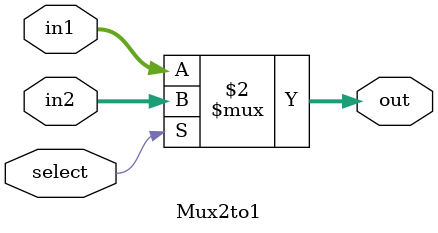
<source format=v>
module Mux2to1(
	input [31:0]in1,
	input [31:0]in2,
	input select,
	output wire [31:0]out
);
	assign out = select==0?in1:in2;
endmodule

</source>
